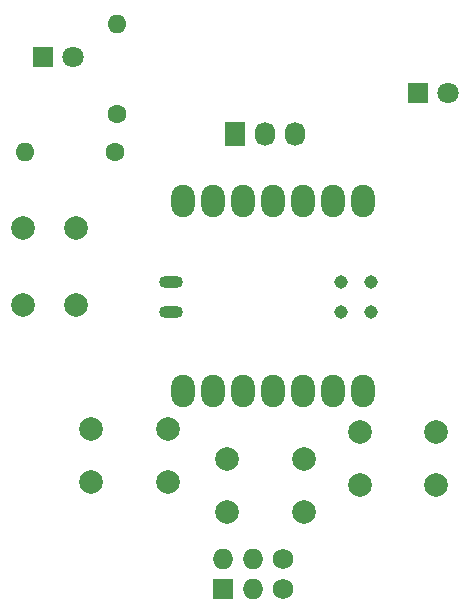
<source format=gbr>
%TF.GenerationSoftware,KiCad,Pcbnew,8.0.6*%
%TF.CreationDate,2025-01-13T20:16:21-05:00*%
%TF.ProjectId,TamaBadge,54616d61-4261-4646-9765-2e6b69636164,rev?*%
%TF.SameCoordinates,Original*%
%TF.FileFunction,Soldermask,Top*%
%TF.FilePolarity,Negative*%
%FSLAX46Y46*%
G04 Gerber Fmt 4.6, Leading zero omitted, Abs format (unit mm)*
G04 Created by KiCad (PCBNEW 8.0.6) date 2025-01-13 20:16:21*
%MOMM*%
%LPD*%
G01*
G04 APERTURE LIST*
%ADD10C,2.000000*%
%ADD11O,1.730000X2.030000*%
%ADD12R,1.730000X2.030000*%
%ADD13R,1.800000X1.800000*%
%ADD14C,1.800000*%
%ADD15C,1.143000*%
%ADD16O,2.032000X1.016000*%
%ADD17O,1.998980X2.748280*%
%ADD18C,1.600000*%
%ADD19O,1.600000X1.600000*%
%ADD20C,1.727200*%
%ADD21O,1.727200X1.727200*%
%ADD22R,1.727200X1.727200*%
G04 APERTURE END LIST*
D10*
%TO.C,SW7*%
X95500000Y-134500000D03*
X95500000Y-128000000D03*
X100000000Y-134500000D03*
X100000000Y-128000000D03*
%TD*%
D11*
%TO.C,J1*%
X118540000Y-120000000D03*
X116000000Y-120000000D03*
D12*
X113460000Y-120000000D03*
%TD*%
D13*
%TO.C,D2*%
X128960000Y-116500000D03*
D14*
X131500000Y-116500000D03*
%TD*%
D15*
%TO.C,U1*%
X122464187Y-135038803D03*
X122464187Y-132498803D03*
X125004187Y-135038803D03*
X125004187Y-132498803D03*
D16*
X108000000Y-135050000D03*
X108000000Y-132500000D03*
D17*
X124317820Y-141797680D03*
X121777820Y-141797680D03*
X119237820Y-141797680D03*
X116697820Y-141797680D03*
X114157820Y-141797680D03*
X111617820Y-141797680D03*
X109077820Y-141797680D03*
X109077820Y-125633120D03*
X111617820Y-125633120D03*
X114157820Y-125633120D03*
X116697820Y-125633120D03*
X119237820Y-125633120D03*
X121777820Y-125633120D03*
X124317820Y-125633120D03*
%TD*%
D18*
%TO.C,R1*%
X103310000Y-121500000D03*
D19*
X95690000Y-121500000D03*
%TD*%
D18*
%TO.C,R2*%
X103500000Y-118310000D03*
D19*
X103500000Y-110690000D03*
%TD*%
D20*
%TO.C,X1*%
X117500000Y-158540000D03*
X117500000Y-156000000D03*
D21*
X114960000Y-158540000D03*
X114960000Y-156000000D03*
D22*
X112420000Y-158540000D03*
D21*
X112420000Y-156000000D03*
%TD*%
D10*
%TO.C,SW5*%
X119250000Y-152000000D03*
X112750000Y-152000000D03*
X119250000Y-147500000D03*
X112750000Y-147500000D03*
%TD*%
%TO.C,SW4*%
X107750000Y-149500000D03*
X101250000Y-149500000D03*
X107750000Y-145000000D03*
X101250000Y-145000000D03*
%TD*%
%TO.C,SW6*%
X130500000Y-149750000D03*
X124000000Y-149750000D03*
X130500000Y-145250000D03*
X124000000Y-145250000D03*
%TD*%
D13*
%TO.C,D1*%
X97225000Y-113500000D03*
D14*
X99765000Y-113500000D03*
%TD*%
M02*

</source>
